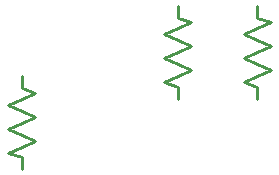
<source format=gbo>
G04 Layer: BottomSilkscreenLayer*
G04 EasyEDA v6.5.8, 2022-08-15 07:29:34*
G04 028e3914a6f949ed9ca799ef75e4ed4f,10*
G04 Gerber Generator version 0.2*
G04 Scale: 100 percent, Rotated: No, Reflected: No *
G04 Dimensions in millimeters *
G04 leading zeros omitted , absolute positions ,4 integer and 5 decimal *
%FSLAX45Y45*%
%MOMM*%

%ADD10C,0.2540*%

%LPD*%
D10*
X6413500Y5880097D02*
G01*
X6413500Y5981697D01*
X6299200Y6019797D01*
X6413500Y6070597D01*
X6527800Y6121397D01*
X6413500Y6172197D01*
X6299200Y6222997D01*
X6413500Y6273797D01*
X6527800Y6324597D01*
X6413500Y6375397D01*
X6299200Y6426197D01*
X6413500Y6476997D01*
X6527800Y6527797D01*
X6413500Y6565897D01*
X6413500Y6667497D01*
X7086600Y6667502D02*
G01*
X7086600Y6565902D01*
X7200900Y6527802D01*
X7086600Y6477002D01*
X6972300Y6426202D01*
X7086600Y6375402D01*
X7200900Y6324602D01*
X7086600Y6273802D01*
X6972300Y6223002D01*
X7086600Y6172202D01*
X7200900Y6121402D01*
X7086600Y6070602D01*
X6972300Y6019802D01*
X7086600Y5981702D01*
X7086600Y5880102D01*
X5092700Y5283200D02*
G01*
X5092700Y5384800D01*
X4978400Y5422900D01*
X5092700Y5473700D01*
X5207000Y5524500D01*
X5092700Y5575300D01*
X4978400Y5626100D01*
X5092700Y5676900D01*
X5207000Y5727700D01*
X5092700Y5778500D01*
X4978400Y5829300D01*
X5092700Y5880100D01*
X5207000Y5930900D01*
X5092700Y5969000D01*
X5092700Y6070600D01*
M02*

</source>
